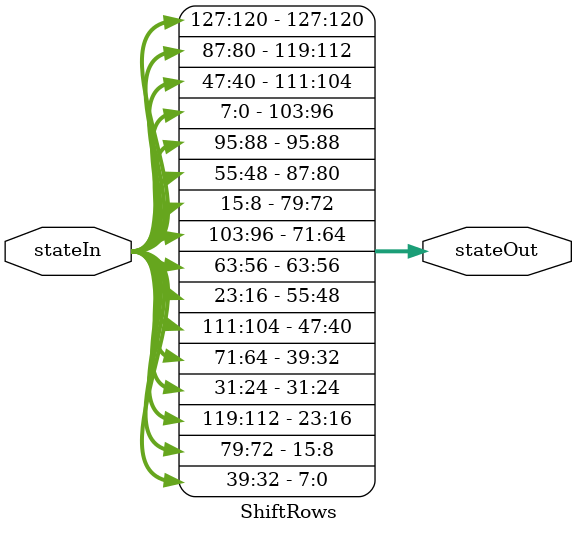
<source format=sv>
module ShiftRows(
stateIn,
stateOut
);

input wire[127:0] stateIn;
output wire[127:0] stateOut;



assign stateOut [127:120] = stateIn [127:120];
assign stateOut [95:88] = stateIn [95:88];
assign stateOut [63:56] = stateIn [63:56];
assign stateOut [31:24] = stateIn [31:24];

assign stateOut [119:112] = stateIn [87:80];
assign stateOut [87:80] = stateIn [55:48];
assign stateOut [55:48] = stateIn [23:16];
assign stateOut [23:16] = stateIn [119:112];

assign stateOut [111:104] = stateIn [47:40];
assign stateOut [79:72] =stateIn [15:8];
assign stateOut [47:40] = stateIn [111:104];
assign stateOut [15:8] = stateIn [79:72];

assign stateOut [103:96] = stateIn [7:0];
assign stateOut [71:64] = stateIn [103:96];
assign stateOut [39:32] = stateIn [71:64];
assign stateOut [7:0] = stateIn [39:32];

endmodule



</source>
